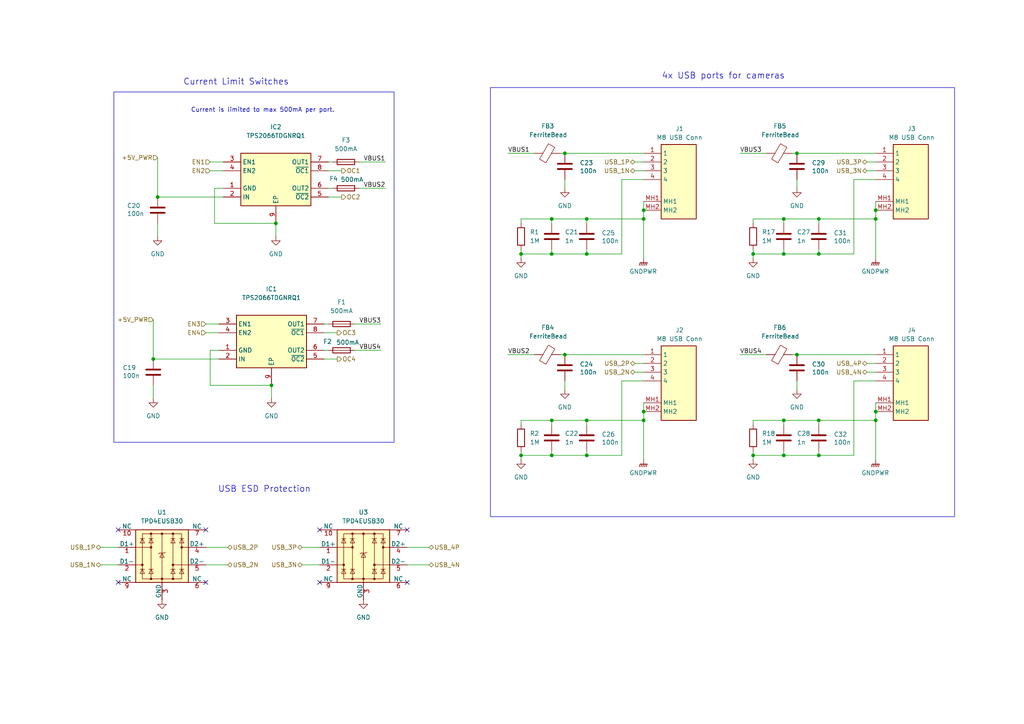
<source format=kicad_sch>
(kicad_sch (version 20231120) (generator "eeschema") (generator_version "8.0")
  (paper "A4")
  (lib_symbols
    (symbol "3-2172091-2:3-2172091-2"
      (property "Reference" "J" (at 21.59 12.7 0))
      (property "Value" "3-2172091-2" (at 21.59 10.16 0))
      (symbol "3-2172091-2_1_1"
        (rectangle (start 5.08 7.62) (end 15.24 -13.97) (stroke (width 0.254)) (fill (type background)))
        (pin passive line (at 0 5.08 0) (length 5.08) (name "1") (number "1"))
        (pin passive line (at 0 2.54 0) (length 5.08) (name "2") (number "2"))
        (pin passive line (at 0 0 0) (length 5.08) (name "3") (number "3"))
        (pin passive line (at 0 -2.54 0) (length 5.08) (name "4") (number "4"))
        (pin passive line (at 0 -8.89 0) (length 5.08) (name "MH1") (number "MH1"))
        (pin passive line (at 0 -11.43 0) (length 5.08) (name "MH2") (number "MH2"))
      )
    )
    (symbol "Device:C" (pin_numbers hide) (pin_names (offset 0.254))
      (property "Reference" "C" (at 0.635 2.54 0))
      (property "Value" "C" (at 0.635 -2.54 0))
      (symbol "C_0_1"
        (polyline (pts (xy -2.032 -0.762) (xy 2.032 -0.762)) (stroke (width 0.508)))
        (polyline (pts (xy -2.032 0.762) (xy 2.032 0.762)) (stroke (width 0.508)))
      )
      (symbol "C_1_1"
        (pin passive line (at 0 3.81 270) (length 2.794) (name "~") (number "1"))
        (pin passive line (at 0 -3.81 90) (length 2.794) (name "~") (number "2"))
      )
    )
    (symbol "Device:FerriteBead" (pin_numbers hide) (pin_names (offset 0))
      (property "Reference" "FB" (at -3.81 0.635 90))
      (property "Value" "FerriteBead" (at 3.81 0 90))
      (symbol "FerriteBead_0_1"
        (polyline (pts (xy 0 -1.27) (xy 0 -1.2192)))
        (polyline (pts (xy 0 1.27) (xy 0 1.2954)))
        (polyline (pts (xy -2.7686 0.4064) (xy -1.7018 2.2606) (xy 2.7686 -0.3048) (xy 1.6764 -2.159) (xy -2.7686 0.4064)))
      )
      (symbol "FerriteBead_1_1"
        (pin passive line (at 0 3.81 270) (length 2.54) (name "~") (number "1"))
        (pin passive line (at 0 -3.81 90) (length 2.54) (name "~") (number "2"))
      )
    )
    (symbol "Device:Fuse" (pin_numbers hide) (pin_names (offset 0))
      (property "Reference" "F" (at 2.032 0 90))
      (property "Value" "Fuse" (at -1.905 0 90))
      (symbol "Fuse_0_1"
        (rectangle (start -0.762 -2.54) (end 0.762 2.54) (stroke (width 0.254)))
        (polyline (pts (xy 0 2.54) (xy 0 -2.54)))
      )
      (symbol "Fuse_1_1"
        (pin passive line (at 0 3.81 270) (length 1.27) (name "~") (number "1"))
        (pin passive line (at 0 -3.81 90) (length 1.27) (name "~") (number "2"))
      )
    )
    (symbol "Device:R" (pin_numbers hide) (pin_names (offset 0))
      (property "Reference" "R" (at 2.032 0 90))
      (property "Value" "R" (at 0 0 90))
      (symbol "R_0_1"
        (rectangle (start -1.016 -2.54) (end 1.016 2.54) (stroke (width 0.254)))
      )
      (symbol "R_1_1"
        (pin passive line (at 0 3.81 270) (length 1.27) (name "~") (number "1"))
        (pin passive line (at 0 -3.81 90) (length 1.27) (name "~") (number "2"))
      )
    )
    (symbol "GND_1" (power) (pin_numbers hide) (pin_names (offset 0) hide)
      (property "Value" "GND" (at 0 -3.81 0))
      (symbol "GND_1_0_1"
        (polyline (pts (xy 0 0) (xy 0 -1.27) (xy 1.27 -1.27) (xy 0 -2.54) (xy -1.27 -1.27) (xy 0 -1.27)))
      )
      (symbol "GND_1_1_1"
        (pin power_in line (at 0 0 270) (length 0) (name "~") (number "1"))
      )
    )
    (symbol "GND_7" (power) (pin_numbers hide) (pin_names (offset 0) hide)
      (property "Value" "GND" (at 0 -3.81 0))
      (symbol "GND_7_0_1"
        (polyline (pts (xy 0 0) (xy 0 -1.27) (xy 1.27 -1.27) (xy 0 -2.54) (xy -1.27 -1.27) (xy 0 -1.27)))
      )
      (symbol "GND_7_1_1"
        (pin power_in line (at 0 0 270) (length 0) (name "~") (number "1"))
      )
    )
    (symbol "Power_Protection:TPD4EUSB30" (pin_names (offset 0))
      (property "Reference" "U" (at -0.635 8.89 0))
      (property "Value" "TPD4EUSB30" (at 8.89 -10.16 0))
      (symbol "TPD4EUSB30_0_0"
        (rectangle (start -5.715 6.477) (end 5.715 -6.604))
        (polyline (pts (xy -3.175 -6.604) (xy -3.175 6.477)))
        (polyline (pts (xy 0 6.477) (xy 0 -6.604)))
        (polyline (pts (xy 3.175 6.477) (xy 3.175 -6.604)))
      )
      (symbol "TPD4EUSB30_0_1"
        (rectangle (start -7.62 7.62) (end 7.62 -7.62) (stroke (width 0.254)) (fill (type background)))
        (circle (center -5.715 -2.54) (radius 0.2794) (fill (type outline)))
        (circle (center -3.175 -6.604) (radius 0.2794) (fill (type outline)))
        (circle (center -3.175 2.54) (radius 0.2794) (fill (type outline)))
        (circle (center -3.175 6.477) (radius 0.2794) (fill (type outline)))
        (circle (center 0 -6.604) (radius 0.2794) (fill (type outline)))
        (polyline (pts (xy -7.747 2.54) (xy -3.175 2.54)))
        (polyline (pts (xy -7.62 -2.54) (xy -5.715 -2.54)))
        (polyline (pts (xy -5.08 -3.81) (xy -6.35 -3.81)))
        (polyline (pts (xy -5.08 5.08) (xy -6.35 5.08)))
        (polyline (pts (xy -2.54 -3.81) (xy -3.81 -3.81)))
        (polyline (pts (xy -2.54 5.08) (xy -3.81 5.08)))
        (polyline (pts (xy -0.635 0.889) (xy -1.016 0.635)))
        (polyline (pts (xy 0 -6.604) (xy 0 -7.62)))
        (polyline (pts (xy 0.635 0.889) (xy -0.635 0.889)))
        (polyline (pts (xy 0.635 0.889) (xy 1.016 1.143)))
        (polyline (pts (xy 3.81 -3.81) (xy 2.54 -3.81)))
        (polyline (pts (xy 3.81 5.08) (xy 2.54 5.08)))
        (polyline (pts (xy 6.35 -3.81) (xy 5.08 -3.81)))
        (polyline (pts (xy 6.35 5.08) (xy 5.08 5.08)))
        (polyline (pts (xy 7.62 -2.54) (xy 3.175 -2.54)))
        (polyline (pts (xy 7.62 2.54) (xy 5.715 2.54)))
        (polyline (pts (xy -5.08 -5.08) (xy -6.35 -5.08) (xy -5.715 -3.81) (xy -5.08 -5.08)))
        (polyline (pts (xy -5.08 3.81) (xy -6.35 3.81) (xy -5.715 5.08) (xy -5.08 3.81)))
        (polyline (pts (xy -2.54 -5.08) (xy -3.81 -5.08) (xy -3.175 -3.81) (xy -2.54 -5.08)))
        (polyline (pts (xy -2.54 3.81) (xy -3.81 3.81) (xy -3.175 5.08) (xy -2.54 3.81)))
        (polyline (pts (xy 0.635 -0.381) (xy -0.635 -0.381) (xy 0 0.889) (xy 0.635 -0.381)))
        (polyline (pts (xy 3.81 -5.08) (xy 2.54 -5.08) (xy 3.175 -3.81) (xy 3.81 -5.08)))
        (polyline (pts (xy 3.81 3.81) (xy 2.54 3.81) (xy 3.175 5.08) (xy 3.81 3.81)))
        (polyline (pts (xy 6.35 -5.08) (xy 5.08 -5.08) (xy 5.715 -3.81) (xy 6.35 -5.08)))
        (polyline (pts (xy 6.35 3.81) (xy 5.08 3.81) (xy 5.715 5.08) (xy 6.35 3.81)))
        (circle (center 0 6.477) (radius 0.2794) (fill (type outline)))
        (circle (center 3.175 -6.604) (radius 0.2794) (fill (type outline)))
        (circle (center 3.175 -2.54) (radius 0.2794) (fill (type outline)))
        (circle (center 3.175 6.477) (radius 0.2794) (fill (type outline)))
        (circle (center 5.715 2.54) (radius 0.2794) (fill (type outline)))
      )
      (symbol "TPD4EUSB30_1_1"
        (pin passive line (at -12.7 2.54 0) (length 5.08) (name "D1+") (number "1"))
        (pin free line (at -12.7 7.62 0) (length 5.08) (name "NC") (number "10"))
        (pin passive line (at -12.7 -2.54 0) (length 5.08) (name "D1-") (number "2"))
        (pin power_in line (at 0 -12.7 90) (length 5.08) (name "GND") (number "3"))
        (pin passive line (at 12.7 2.54 180) (length 5.08) (name "D2+") (number "4"))
        (pin passive line (at 12.7 -2.54 180) (length 5.08) (name "D2-") (number "5"))
        (pin free line (at 12.7 -7.62 180) (length 5.08) (name "NC") (number "6"))
        (pin free line (at 12.7 7.62 180) (length 5.08) (name "NC") (number "7"))
        (pin passive line (at 0 -12.7 90) (length 5.08) hide (name "GND") (number "8"))
        (pin free line (at -12.7 -7.62 0) (length 5.08) (name "NC") (number "9"))
      )
    )
    (symbol "TPS2066TDGNRQ1:TPS2066TDGNRQ1"
      (property "Reference" "IC" (at 26.67 7.62 0))
      (property "Value" "TPS2066TDGNRQ1" (at 26.67 5.08 0))
      (symbol "TPS2066TDGNRQ1_1_1"
        (rectangle (start 5.08 0) (end 25.4 -15.24) (stroke (width 0.254)) (fill (type background)))
        (pin passive line (at 0 -10.16 0) (length 5.08) (name "GND") (number "1"))
        (pin passive line (at 0 -12.7 0) (length 5.08) (name "IN") (number "2"))
        (pin passive line (at 0 -2.54 0) (length 5.08) (name "EN1") (number "3"))
        (pin passive line (at 0 -5.08 0) (length 5.08) (name "EN2") (number "4"))
        (pin passive line (at 30.48 -12.7 180) (length 5.08) (name "~{OC2}") (number "5"))
        (pin passive line (at 30.48 -10.16 180) (length 5.08) (name "OUT2") (number "6"))
        (pin passive line (at 30.48 -2.54 180) (length 5.08) (name "OUT1") (number "7"))
        (pin passive line (at 30.48 -5.08 180) (length 5.08) (name "~{OC1}") (number "8"))
        (pin passive line (at 15.24 -20.32 90) (length 5.08) (name "EP") (number "9"))
      )
    )
    (symbol "power:GND" (power) (pin_numbers hide) (pin_names (offset 0) hide)
      (property "Value" "GND" (at 0 -3.81 0))
      (symbol "GND_0_1"
        (polyline (pts (xy 0 0) (xy 0 -1.27) (xy 1.27 -1.27) (xy 0 -2.54) (xy -1.27 -1.27) (xy 0 -1.27)))
      )
      (symbol "GND_1_1"
        (pin power_in line (at 0 0 270) (length 0) (name "~") (number "1"))
      )
    )
    (symbol "power:GNDPWR" (power) (pin_numbers hide) (pin_names (offset 0) hide)
      (property "Value" "GNDPWR" (at 0 -3.302 0))
      (symbol "GNDPWR_0_1"
        (polyline (pts (xy 0 -1.27) (xy 0 0)))
        (polyline (pts (xy -1.016 -1.27) (xy -1.27 -2.032) (xy -1.27 -2.032)) (stroke (width 0.2032)))
        (polyline (pts (xy -0.508 -1.27) (xy -0.762 -2.032) (xy -0.762 -2.032)) (stroke (width 0.2032)))
        (polyline (pts (xy 0 -1.27) (xy -0.254 -2.032) (xy -0.254 -2.032)) (stroke (width 0.2032)))
        (polyline (pts (xy 0.508 -1.27) (xy 0.254 -2.032) (xy 0.254 -2.032)) (stroke (width 0.2032)))
        (polyline (pts (xy 1.016 -1.27) (xy -1.016 -1.27) (xy -1.016 -1.27)) (stroke (width 0.2032)))
        (polyline (pts (xy 1.016 -1.27) (xy 0.762 -2.032) (xy 0.762 -2.032) (xy 0.762 -2.032)) (stroke (width 0.2032)))
      )
      (symbol "GNDPWR_1_1"
        (pin power_in line (at 0 0 270) (length 0) (name "~") (number "1"))
      )
    )
  )
  (junction (at 227.33 73.66))
  (junction (at 254 119.38))
  (junction (at 170.18 63.5))
  (junction (at 44.45 104.14))
  (junction (at 170.18 132.08))
  (junction (at 160.02 73.66))
  (junction (at 186.69 63.5))
  (junction (at 170.18 73.66))
  (junction (at 254 121.92))
  (junction (at 151.13 73.66))
  (junction (at 254 63.5))
  (junction (at 237.49 63.5))
  (junction (at 186.69 60.96))
  (junction (at 78.74 111.76))
  (junction (at 160.02 63.5))
  (junction (at 160.02 121.92))
  (junction (at 163.83 44.45))
  (junction (at 163.83 102.87))
  (junction (at 45.72 57.15))
  (junction (at 80.01 64.77))
  (junction (at 227.33 132.08))
  (junction (at 254 60.96))
  (junction (at 186.69 119.38))
  (junction (at 237.49 121.92))
  (junction (at 231.14 44.45))
  (junction (at 237.49 132.08))
  (junction (at 218.44 73.66))
  (junction (at 160.02 132.08))
  (junction (at 151.13 132.08))
  (junction (at 227.33 63.5))
  (junction (at 186.69 121.92))
  (junction (at 231.14 102.87))
  (junction (at 227.33 121.92))
  (junction (at 237.49 73.66))
  (junction (at 218.44 132.08))
  (junction (at 170.18 121.92))
  (no_connect (at 92.71 153.67))
  (no_connect (at 92.71 168.91))
  (no_connect (at 59.69 153.67))
  (no_connect (at 118.11 168.91))
  (no_connect (at 59.69 168.91))
  (no_connect (at 34.29 153.67))
  (no_connect (at 118.11 153.67))
  (no_connect (at 34.29 168.91))
  (wire (pts (xy 160.02 132.08) (xy 170.18 132.08)))
  (wire (pts (xy 184.15 105.41) (xy 186.69 105.41)))
  (wire (pts (xy 60.96 101.6) (xy 60.96 111.76)))
  (wire (pts (xy 80.01 64.77) (xy 80.01 68.58)))
  (wire (pts (xy 170.18 72.39) (xy 170.18 73.66)))
  (wire (pts (xy 254 116.84) (xy 254 119.38)))
  (wire (pts (xy 160.02 121.92) (xy 170.18 121.92)))
  (wire (pts (xy 184.15 46.99) (xy 186.69 46.99)))
  (wire (pts (xy 186.69 116.84) (xy 186.69 119.38)))
  (wire (pts (xy 63.5 93.98) (xy 59.69 93.98)))
  (wire (pts (xy 151.13 63.5) (xy 160.02 63.5)))
  (wire (pts (xy 218.44 72.39) (xy 218.44 73.66)))
  (wire (pts (xy 151.13 132.08) (xy 160.02 132.08)))
  (wire (pts (xy 237.49 63.5) (xy 254 63.5)))
  (wire (pts (xy 231.14 52.07) (xy 231.14 54.61)))
  (wire (pts (xy 147.32 44.45) (xy 154.94 44.45)))
  (wire (pts (xy 97.79 104.14) (xy 93.98 104.14)))
  (wire (pts (xy 151.13 73.66) (xy 160.02 73.66)))
  (wire (pts (xy 151.13 121.92) (xy 151.13 123.19)))
  (wire (pts (xy 247.65 52.07) (xy 254 52.07)))
  (wire (pts (xy 62.23 64.77) (xy 80.01 64.77)))
  (wire (pts (xy 218.44 121.92) (xy 218.44 123.19)))
  (wire (pts (xy 186.69 60.96) (xy 186.69 63.5)))
  (wire (pts (xy 186.69 63.5) (xy 186.69 74.93)))
  (wire (pts (xy 160.02 130.81) (xy 160.02 132.08)))
  (wire (pts (xy 218.44 73.66) (xy 218.44 74.93)))
  (wire (pts (xy 214.63 102.87) (xy 222.25 102.87)))
  (wire (pts (xy 231.14 44.45) (xy 254 44.45)))
  (wire (pts (xy 237.49 130.81) (xy 237.49 132.08)))
  (wire (pts (xy 29.21 158.75) (xy 34.29 158.75)))
  (wire (pts (xy 180.34 52.07) (xy 180.34 73.66)))
  (wire (pts (xy 45.72 68.58) (xy 45.72 64.77)))
  (wire (pts (xy 180.34 110.49) (xy 186.69 110.49)))
  (wire (pts (xy 160.02 73.66) (xy 170.18 73.66)))
  (wire (pts (xy 227.33 121.92) (xy 227.33 123.19)))
  (wire (pts (xy 170.18 121.92) (xy 170.18 123.19)))
  (wire (pts (xy 237.49 121.92) (xy 254 121.92)))
  (wire (pts (xy 218.44 132.08) (xy 218.44 133.35)))
  (wire (pts (xy 229.87 102.87) (xy 231.14 102.87)))
  (wire (pts (xy 227.33 130.81) (xy 227.33 132.08)))
  (wire (pts (xy 163.83 102.87) (xy 186.69 102.87)))
  (wire (pts (xy 251.46 49.53) (xy 254 49.53)))
  (wire (pts (xy 227.33 132.08) (xy 237.49 132.08)))
  (wire (pts (xy 231.14 102.87) (xy 254 102.87)))
  (wire (pts (xy 151.13 72.39) (xy 151.13 73.66)))
  (wire (pts (xy 64.77 54.61) (xy 62.23 54.61)))
  (wire (pts (xy 93.98 93.98) (xy 95.25 93.98)))
  (wire (pts (xy 151.13 63.5) (xy 151.13 64.77)))
  (wire (pts (xy 180.34 73.66) (xy 170.18 73.66)))
  (wire (pts (xy 29.21 163.83) (xy 34.29 163.83)))
  (wire (pts (xy 170.18 63.5) (xy 170.18 64.77)))
  (wire (pts (xy 118.11 158.75) (xy 124.46 158.75)))
  (wire (pts (xy 160.02 121.92) (xy 160.02 123.19)))
  (wire (pts (xy 218.44 130.81) (xy 218.44 132.08)))
  (wire (pts (xy 229.87 44.45) (xy 231.14 44.45)))
  (wire (pts (xy 218.44 63.5) (xy 227.33 63.5)))
  (wire (pts (xy 186.69 58.42) (xy 186.69 60.96)))
  (wire (pts (xy 231.14 110.49) (xy 231.14 113.03)))
  (wire (pts (xy 227.33 63.5) (xy 237.49 63.5)))
  (wire (pts (xy 214.63 44.45) (xy 222.25 44.45)))
  (wire (pts (xy 45.72 57.15) (xy 64.77 57.15)))
  (wire (pts (xy 247.65 110.49) (xy 247.65 132.08)))
  (wire (pts (xy 95.25 46.99) (xy 96.52 46.99)))
  (wire (pts (xy 247.65 52.07) (xy 247.65 73.66)))
  (wire (pts (xy 87.63 158.75) (xy 92.71 158.75)))
  (wire (pts (xy 170.18 63.5) (xy 186.69 63.5)))
  (wire (pts (xy 227.33 63.5) (xy 227.33 64.77)))
  (wire (pts (xy 118.11 163.83) (xy 124.46 163.83)))
  (wire (pts (xy 247.65 110.49) (xy 254 110.49)))
  (wire (pts (xy 227.33 121.92) (xy 237.49 121.92)))
  (wire (pts (xy 180.34 132.08) (xy 170.18 132.08)))
  (wire (pts (xy 251.46 46.99) (xy 254 46.99)))
  (wire (pts (xy 237.49 121.92) (xy 237.49 123.19)))
  (wire (pts (xy 63.5 101.6) (xy 60.96 101.6)))
  (wire (pts (xy 186.69 119.38) (xy 186.69 121.92)))
  (wire (pts (xy 59.69 158.75) (xy 66.04 158.75)))
  (wire (pts (xy 160.02 63.5) (xy 160.02 64.77)))
  (wire (pts (xy 59.69 163.83) (xy 66.04 163.83)))
  (wire (pts (xy 186.69 121.92) (xy 186.69 133.35)))
  (wire (pts (xy 254 121.92) (xy 254 133.35)))
  (wire (pts (xy 251.46 107.95) (xy 254 107.95)))
  (wire (pts (xy 151.13 132.08) (xy 151.13 133.35)))
  (wire (pts (xy 151.13 73.66) (xy 151.13 74.93)))
  (wire (pts (xy 184.15 49.53) (xy 186.69 49.53)))
  (wire (pts (xy 93.98 101.6) (xy 95.25 101.6)))
  (wire (pts (xy 99.06 49.53) (xy 95.25 49.53)))
  (wire (pts (xy 251.46 105.41) (xy 254 105.41)))
  (wire (pts (xy 184.15 107.95) (xy 186.69 107.95)))
  (wire (pts (xy 163.83 52.07) (xy 163.83 54.61)))
  (wire (pts (xy 162.56 44.45) (xy 163.83 44.45)))
  (wire (pts (xy 254 63.5) (xy 254 74.93)))
  (wire (pts (xy 151.13 121.92) (xy 160.02 121.92)))
  (wire (pts (xy 163.83 44.45) (xy 186.69 44.45)))
  (wire (pts (xy 151.13 130.81) (xy 151.13 132.08)))
  (wire (pts (xy 247.65 132.08) (xy 237.49 132.08)))
  (wire (pts (xy 87.63 163.83) (xy 92.71 163.83)))
  (wire (pts (xy 254 119.38) (xy 254 121.92)))
  (wire (pts (xy 180.34 52.07) (xy 186.69 52.07)))
  (wire (pts (xy 227.33 72.39) (xy 227.33 73.66)))
  (wire (pts (xy 247.65 73.66) (xy 237.49 73.66)))
  (wire (pts (xy 102.87 101.6) (xy 110.49 101.6)))
  (wire (pts (xy 147.32 102.87) (xy 154.94 102.87)))
  (wire (pts (xy 218.44 73.66) (xy 227.33 73.66)))
  (wire (pts (xy 45.72 57.15) (xy 45.72 45.72)))
  (wire (pts (xy 64.77 46.99) (xy 60.96 46.99)))
  (wire (pts (xy 62.23 54.61) (xy 62.23 64.77)))
  (wire (pts (xy 218.44 63.5) (xy 218.44 64.77)))
  (wire (pts (xy 102.87 93.98) (xy 110.49 93.98)))
  (wire (pts (xy 170.18 121.92) (xy 186.69 121.92)))
  (wire (pts (xy 227.33 73.66) (xy 237.49 73.66)))
  (wire (pts (xy 44.45 115.57) (xy 44.45 111.76)))
  (wire (pts (xy 95.25 54.61) (xy 96.52 54.61)))
  (wire (pts (xy 180.34 110.49) (xy 180.34 132.08)))
  (wire (pts (xy 163.83 110.49) (xy 163.83 113.03)))
  (wire (pts (xy 60.96 111.76) (xy 78.74 111.76)))
  (wire (pts (xy 44.45 104.14) (xy 44.45 92.71)))
  (wire (pts (xy 78.74 111.76) (xy 78.74 115.57)))
  (wire (pts (xy 44.45 104.14) (xy 63.5 104.14)))
  (wire (pts (xy 160.02 63.5) (xy 170.18 63.5)))
  (wire (pts (xy 99.06 57.15) (xy 95.25 57.15)))
  (wire (pts (xy 254 60.96) (xy 254 63.5)))
  (wire (pts (xy 237.49 63.5) (xy 237.49 64.77)))
  (wire (pts (xy 63.5 96.52) (xy 59.69 96.52)))
  (wire (pts (xy 254 58.42) (xy 254 60.96)))
  (wire (pts (xy 160.02 72.39) (xy 160.02 73.66)))
  (wire (pts (xy 218.44 132.08) (xy 227.33 132.08)))
  (wire (pts (xy 104.14 46.99) (xy 111.76 46.99)))
  (wire (pts (xy 104.14 54.61) (xy 111.76 54.61)))
  (wire (pts (xy 162.56 102.87) (xy 163.83 102.87)))
  (wire (pts (xy 170.18 130.81) (xy 170.18 132.08)))
  (wire (pts (xy 218.44 121.92) (xy 227.33 121.92)))
  (wire (pts (xy 97.79 96.52) (xy 93.98 96.52)))
  (wire (pts (xy 237.49 72.39) (xy 237.49 73.66)))
  (wire (pts (xy 64.77 49.53) (xy 60.96 49.53)))
  (rectangle (start 142.24 25.4) (end 276.86 149.86))
  (rectangle (start 33.02 26.67) (end 114.3 128.27))
  (text "USB ESD Protection" (at 90.17 143.002 0) (effects (font (size 1.778 1.778)) (justify right bottom)))
  (text "Current Limit Switches" (at 83.82 24.892 0) (effects (font (size 1.778 1.778)) (justify right bottom)))
  (text "Current is limited to max 500mA per port." (at 76.2 32.004 0) (effects (font (size 1.27 1.27))))
  (text "4x USB ports for cameras" (at 209.804 22.098 0) (effects (font (size 1.778 1.778))))
  (label "VBUS2" (at 111.76 54.61 180))
  (label "VBUS1" (at 147.32 44.45 0))
  (label "VBUS1" (at 111.76 46.99 180))
  (label "VBUS4" (at 110.49 101.6 180))
  (label "VBUS3" (at 214.63 44.45 0))
  (label "VBUS3" (at 110.49 93.98 180))
  (label "VBUS2" (at 147.32 102.87 0))
  (label "VBUS4" (at 214.63 102.87 0))
  (hierarchical_label "USB_3P" (shape bidirectional) (at 251.46 46.99 180))
  (hierarchical_label "USB_1P" (shape bidirectional) (at 29.21 158.75 180))
  (hierarchical_label "EN2" (shape input) (at 60.96 49.53 180))
  (hierarchical_label "USB_3P" (shape bidirectional) (at 87.63 158.75 180))
  (hierarchical_label "EN4" (shape input) (at 59.69 96.52 180))
  (hierarchical_label "OC4" (shape output) (at 97.79 104.14 0))
  (hierarchical_label "+5V_PWR" (shape input) (at 45.72 45.72 180))
  (hierarchical_label "USB_1P" (shape bidirectional) (at 184.15 46.99 180))
  (hierarchical_label "USB_2N" (shape bidirectional) (at 184.15 107.95 180))
  (hierarchical_label "USB_4P" (shape bidirectional) (at 124.46 158.75 0))
  (hierarchical_label "EN3" (shape input) (at 59.69 93.98 180))
  (hierarchical_label "USB_4P" (shape bidirectional) (at 251.46 105.41 180))
  (hierarchical_label "OC1" (shape output) (at 99.06 49.53 0))
  (hierarchical_label "USB_2P" (shape bidirectional) (at 66.04 158.75 0))
  (hierarchical_label "OC3" (shape output) (at 97.79 96.52 0))
  (hierarchical_label "EN1" (shape input) (at 60.96 46.99 180))
  (hierarchical_label "USB_3N" (shape bidirectional) (at 87.63 163.83 180))
  (hierarchical_label "OC2" (shape output) (at 99.06 57.15 0))
  (hierarchical_label "USB_4N" (shape bidirectional) (at 251.46 107.95 180))
  (hierarchical_label "USB_1N" (shape bidirectional) (at 184.15 49.53 180))
  (hierarchical_label "USB_1N" (shape bidirectional) (at 29.21 163.83 180))
  (hierarchical_label "USB_2P" (shape bidirectional) (at 184.15 105.41 180))
  (hierarchical_label "USB_4N" (shape bidirectional) (at 124.46 163.83 0))
  (hierarchical_label "+5V_PWR" (shape input) (at 44.45 92.71 180))
  (hierarchical_label "USB_3N" (shape bidirectional) (at 251.46 49.53 180))
  (hierarchical_label "USB_2N" (shape bidirectional) (at 66.04 163.83 0))
  (symbol (lib_id "power:GND") (at 151.13 133.35 0) (unit 1)
    (property "Reference" "#PWR021" (effects (hide yes)))
    (property "Value" "GND" (at 151.13 138.43 0))
    (property "Description" "Power symbol creates a global label with name \"GND\" , ground" (effects (hide yes)))
  )
  (symbol (lib_id "Device:C") (at 170.18 127 0) (unit 1)
    (property "Reference" "C26" (at 174.498 125.984 0) (effects (justify left)))
    (property "Value" "100n" (at 174.498 128.2954 0) (effects (justify left)))
    (property "Footprint" "Capacitor_SMD:C_0805_2012Metric" (effects (hide yes)))
    (property "Datasheet" "https://www.mouser.com/datasheet/2/447/KEM_C1002_X7R_SMD-3316098.pdf" (effects (hide yes)))
    (property "Description" "Capacitor 0.1u 20%" (effects (hide yes)))
    (property "P/N" "C0805C104M5RACTU" (effects (hide yes)))
  )
  (symbol (lib_id "3-2172091-2:3-2172091-2") (at 254 107.95 0) (unit 1)
    (property "Reference" "J4" (at 264.414 95.758 0))
    (property "Value" "M8 USB Conn" (at 264.414 98.298 0))
    (property "Footprint" "Controls_Pi:321720912" (effects (hide yes)))
    (property "Datasheet" "https://www.te.com/commerce/DocumentDelivery/DDEController?Action=srchrtrv&DocNm=1-1773701-8_M8M12_CONNECTOR_SYSTEM&DocType=Catalog%20Section&DocLang=Japanese&PartCntxt=3-2172091-2&DocFormat=pdf" (effects (hide yes)))
    (property "Description" "Body Features: Shell Base Material Zinc Alloy | Circular Connector Insulation Material Type Polyamide | Shell Plating Material Nickel | Configuration Features: Number of Signal Positions 4 | Number of Positions 4 | Number of Power Positions 0 | Contacts Preloaded Yes | Contact Features: Reverse Gender Yes | Circular Connector Contact Type Socket | Contact Current Rating (Max) 3 AMP | Contact Layout Arrangement Circular | Electrical Characteristics: EMI & RFI Protection & Suppression Type Shielding | Housing" (effects (hide yes)))
    (property "P/N" "3-2172091-2" (effects (hide yes)))
  )
  (symbol (lib_name "GND_1") (lib_id "power:GND") (at 80.01 68.58 0) (unit 1)
    (property "Reference" "#PWR018" (effects (hide yes)))
    (property "Value" "GND" (at 80.01 73.66 0))
    (property "Description" "Power symbol creates a global label with name \"GND\" , ground" (effects (hide yes)))
  )
  (symbol (lib_id "Device:Fuse") (at 100.33 54.61 90) (unit 1)
    (property "Reference" "F4" (at 96.774 51.816 90))
    (property "Value" "500mA" (at 102.108 52.07 90))
    (property "Footprint" "Fuse:Fuse_1206_3216Metric" (effects (hide yes)))
    (property "Datasheet" "https://www.littelfuse.com/assetdocs/littelfuse_fuse_440_datasheet.pdf?assetguid=940d0796-6fe6-45c7-8a1a-6bc17d56c743" (effects (hide yes)))
    (property "Description" "Fuse" (effects (hide yes)))
    (property "P/N" " 0440.500WR " (effects (hide yes)))
  )
  (symbol (lib_id "Device:C") (at 231.14 106.68 0) (unit 1)
    (property "Reference" "C30" (at 235.458 105.664 0) (effects (justify left)))
    (property "Value" "100n" (at 235.458 107.9754 0) (effects (justify left)))
    (property "Footprint" "Capacitor_SMD:C_0805_2012Metric" (effects (hide yes)))
    (property "Datasheet" "https://www.mouser.com/datasheet/2/447/KEM_C1002_X7R_SMD-3316098.pdf" (effects (hide yes)))
    (property "Description" "Capacitor 0.1u 20%" (effects (hide yes)))
    (property "P/N" "C0805C104M5RACTU" (effects (hide yes)))
  )
  (symbol (lib_id "Device:C") (at 45.72 60.96 0) (unit 1)
    (property "Reference" "C20" (at 36.83 59.6646 0) (effects (justify left)))
    (property "Value" "100n" (at 36.83 61.976 0) (effects (justify left)))
    (property "Footprint" "Capacitor_SMD:C_0805_2012Metric" (effects (hide yes)))
    (property "Datasheet" "https://www.mouser.com/datasheet/2/447/KEM_C1002_X7R_SMD-3316098.pdf" (effects (hide yes)))
    (property "Description" "Capacitor 0.1u 20%" (effects (hide yes)))
    (property "P/N" "C0805C104M5RACTU" (effects (hide yes)))
  )
  (symbol (lib_name "GND_1") (lib_id "power:GND") (at 78.74 115.57 0) (unit 1)
    (property "Reference" "#PWR010" (effects (hide yes)))
    (property "Value" "GND" (at 78.74 120.65 0))
    (property "Description" "Power symbol creates a global label with name \"GND\" , ground" (effects (hide yes)))
  )
  (symbol (lib_id "power:GNDPWR") (at 254 133.35 0) (unit 1)
    (property "Reference" "#PWR031" (effects (hide yes)))
    (property "Value" "GNDPWR" (at 253.873 137.16 0))
    (property "Description" "Power symbol creates a global label with name \"GNDPWR\" , global ground" (effects (hide yes)))
  )
  (symbol (lib_id "Device:C") (at 237.49 127 0) (unit 1)
    (property "Reference" "C32" (at 241.808 125.984 0) (effects (justify left)))
    (property "Value" "100n" (at 241.808 128.2954 0) (effects (justify left)))
    (property "Footprint" "Capacitor_SMD:C_0805_2012Metric" (effects (hide yes)))
    (property "Datasheet" "https://www.mouser.com/datasheet/2/447/KEM_C1002_X7R_SMD-3316098.pdf" (effects (hide yes)))
    (property "Description" "Capacitor 0.1u 20%" (effects (hide yes)))
    (property "P/N" "C0805C104M5RACTU" (effects (hide yes)))
  )
  (symbol (lib_id "Device:C") (at 163.83 48.26 0) (unit 1)
    (property "Reference" "C23" (at 168.148 47.244 0) (effects (justify left)))
    (property "Value" "100n" (at 168.148 49.5554 0) (effects (justify left)))
    (property "Footprint" "Capacitor_SMD:C_0805_2012Metric" (effects (hide yes)))
    (property "Datasheet" "https://www.mouser.com/datasheet/2/447/KEM_C1002_X7R_SMD-3316098.pdf" (effects (hide yes)))
    (property "Description" "Capacitor 0.1u 20%" (effects (hide yes)))
    (property "P/N" "C0805C104M5RACTU" (effects (hide yes)))
  )
  (symbol (lib_id "Device:FerriteBead") (at 226.06 44.45 90) (unit 1)
    (property "Reference" "FB5" (at 228.092 36.576 90) (effects (justify left)))
    (property "Value" "FerriteBead" (at 226.314 39.116 90))
    (property "Footprint" "Inductor_SMD:L_1206_3216Metric" (effects (hide yes)))
    (property "Datasheet" "https://www.mouser.com/datasheet/2/418/9/ENG_DS_1773178_3_A1-3474112.pdf" (effects (hide yes)))
    (property "Description" "Ferrite bead 220Ω 100MHz" (effects (hide yes)))
    (property "P/N" " BMC-Q2CY0220H " (effects (hide yes)))
  )
  (symbol (lib_id "Device:C") (at 44.45 107.95 0) (unit 1)
    (property "Reference" "C19" (at 35.56 106.6546 0) (effects (justify left)))
    (property "Value" "100n" (at 35.56 108.966 0) (effects (justify left)))
    (property "Footprint" "Capacitor_SMD:C_0805_2012Metric" (effects (hide yes)))
    (property "Datasheet" "https://www.mouser.com/datasheet/2/447/KEM_C1002_X7R_SMD-3316098.pdf" (effects (hide yes)))
    (property "Description" "Capacitor 0.1u 20%" (effects (hide yes)))
    (property "P/N" "C0805C104M5RACTU" (effects (hide yes)))
  )
  (symbol (lib_id "TPS2066TDGNRQ1:TPS2066TDGNRQ1") (at 64.77 44.45 0) (unit 1)
    (property "Reference" "IC2" (at 80.01 36.83 0))
    (property "Value" "TPS2066TDGNRQ1" (at 80.01 39.37 0))
    (property "Footprint" "Controls_Pi:SOP65P490X110-9N" (effects (hide yes)))
    (property "Datasheet" "http://www.ti.com/lit/gpn/tps2066-q1" (effects (hide yes)))
    (property "Description" "Automotive 2.7V to 5.5V, 1A Current-Limited Dual Channel Power Distribution Switch" (effects (hide yes)))
    (property "P/N" "TPS2066TDGNRQ1" (effects (hide yes)))
  )
  (symbol (lib_id "Device:R") (at 218.44 127 180) (unit 1)
    (property "Reference" "R18" (at 220.98 125.7299 0) (effects (justify right)))
    (property "Value" "1M" (at 220.98 128.2699 0) (effects (justify right)))
    (property "Footprint" "Resistor_SMD:R_0805_2012Metric" (effects (hide yes)))
    (property "Datasheet" "https://www.vishay.com/docs/20035/dcrcwe3.pdf" (effects (hide yes)))
    (property "Description" "Resistor 1M 1%" (effects (hide yes)))
    (property "P/N" "CRCW08051M00FKEA" (effects (hide yes)))
  )
  (symbol (lib_name "GND_1") (lib_id "power:GND") (at 45.72 68.58 0) (unit 1)
    (property "Reference" "#PWR03" (effects (hide yes)))
    (property "Value" "GND" (at 45.72 73.66 0))
    (property "Description" "Power symbol creates a global label with name \"GND\" , ground" (effects (hide yes)))
  )
  (symbol (lib_name "GND_1") (lib_id "power:GND") (at 44.45 115.57 0) (unit 1)
    (property "Reference" "#PWR01" (effects (hide yes)))
    (property "Value" "GND" (at 44.45 120.65 0))
    (property "Description" "Power symbol creates a global label with name \"GND\" , ground" (effects (hide yes)))
  )
  (symbol (lib_id "3-2172091-2:3-2172091-2") (at 186.69 107.95 0) (unit 1)
    (property "Reference" "J2" (at 197.104 95.758 0))
    (property "Value" "M8 USB Conn" (at 197.104 98.298 0))
    (property "Footprint" "Controls_Pi:321720912" (effects (hide yes)))
    (property "Datasheet" "https://www.te.com/commerce/DocumentDelivery/DDEController?Action=srchrtrv&DocNm=1-1773701-8_M8M12_CONNECTOR_SYSTEM&DocType=Catalog%20Section&DocLang=Japanese&PartCntxt=3-2172091-2&DocFormat=pdf" (effects (hide yes)))
    (property "Description" "Body Features: Shell Base Material Zinc Alloy | Circular Connector Insulation Material Type Polyamide | Shell Plating Material Nickel | Configuration Features: Number of Signal Positions 4 | Number of Positions 4 | Number of Power Positions 0 | Contacts Preloaded Yes | Contact Features: Reverse Gender Yes | Circular Connector Contact Type Socket | Contact Current Rating (Max) 3 AMP | Contact Layout Arrangement Circular | Electrical Characteristics: EMI & RFI Protection & Suppression Type Shielding | Housing" (effects (hide yes)))
    (property "P/N" "3-2172091-2" (effects (hide yes)))
  )
  (symbol (lib_id "Device:C") (at 227.33 127 0) (unit 1)
    (property "Reference" "C28" (at 231.14 125.7299 0) (effects (justify left)))
    (property "Value" "1n" (at 231.14 128.2699 0) (effects (justify left)))
    (property "Footprint" "Capacitor_SMD:C_0805_2012Metric" (effects (hide yes)))
    (property "Datasheet" "https://www.mouser.com/datasheet/2/447/KEM_C1012_X7R_OPENMODE_SMD-3316213.pdf" (effects (hide yes)))
    (property "Description" "Capacitor 1n" (effects (hide yes)))
    (property "P/N" "C0805C102J5HACAUTO" (effects (hide yes)))
  )
  (symbol (lib_id "3-2172091-2:3-2172091-2") (at 186.69 49.53 0) (unit 1)
    (property "Reference" "J1" (at 197.104 37.338 0))
    (property "Value" "M8 USB Conn" (at 197.104 39.878 0))
    (property "Footprint" "Controls_Pi:321720912" (effects (hide yes)))
    (property "Datasheet" "https://www.te.com/commerce/DocumentDelivery/DDEController?Action=srchrtrv&DocNm=1-1773701-8_M8M12_CONNECTOR_SYSTEM&DocType=Catalog%20Section&DocLang=Japanese&PartCntxt=3-2172091-2&DocFormat=pdf" (effects (hide yes)))
    (property "Description" "Body Features: Shell Base Material Zinc Alloy | Circular Connector Insulation Material Type Polyamide | Shell Plating Material Nickel | Configuration Features: Number of Signal Positions 4 | Number of Positions 4 | Number of Power Positions 0 | Contacts Preloaded Yes | Contact Features: Reverse Gender Yes | Circular Connector Contact Type Socket | Contact Current Rating (Max) 3 AMP | Contact Layout Arrangement Circular | Electrical Characteristics: EMI & RFI Protection & Suppression Type Shielding | Housing" (effects (hide yes)))
    (property "P/N" "3-2172091-2" (effects (hide yes)))
  )
  (symbol (lib_id "Device:C") (at 170.18 68.58 0) (unit 1)
    (property "Reference" "C25" (at 174.498 67.564 0) (effects (justify left)))
    (property "Value" "100n" (at 174.498 69.8754 0) (effects (justify left)))
    (property "Footprint" "Capacitor_SMD:C_0805_2012Metric" (effects (hide yes)))
    (property "Datasheet" "https://www.mouser.com/datasheet/2/447/KEM_C1002_X7R_SMD-3316098.pdf" (effects (hide yes)))
    (property "Description" "Capacitor 0.1u 20%" (effects (hide yes)))
    (property "P/N" "C0805C104M5RACTU" (effects (hide yes)))
  )
  (symbol (lib_id "Power_Protection:TPD4EUSB30") (at 46.99 161.29 0) (unit 1)
    (property "Reference" "U1" (at 46.99 148.59 0))
    (property "Value" "TPD4EUSB30" (at 46.99 151.13 0))
    (property "Footprint" "Package_SON:USON-10_2.5x1.0mm_P0.5mm" (effects (hide yes)))
    (property "Datasheet" "http://www.ti.com/lit/ds/symlink/tpd2eusb30a.pdf" (effects (hide yes)))
    (property "Description" "4-Channel ESD Protection for Super-Speed USB 3.0 Interface, USON-10" (effects (hide yes)))
    (property "P/N" "TPD4EUSB30" (effects (hide yes)))
  )
  (symbol (lib_id "power:GND") (at 218.44 133.35 0) (unit 1)
    (property "Reference" "#PWR027" (effects (hide yes)))
    (property "Value" "GND" (at 218.44 138.43 0))
    (property "Description" "Power symbol creates a global label with name \"GND\" , ground" (effects (hide yes)))
  )
  (symbol (lib_id "Device:C") (at 160.02 127 0) (unit 1)
    (property "Reference" "C22" (at 163.83 125.7299 0) (effects (justify left)))
    (property "Value" "1n" (at 163.83 128.2699 0) (effects (justify left)))
    (property "Footprint" "Capacitor_SMD:C_0805_2012Metric" (effects (hide yes)))
    (property "Datasheet" "https://www.mouser.com/datasheet/2/447/KEM_C1012_X7R_OPENMODE_SMD-3316213.pdf" (effects (hide yes)))
    (property "Description" "Capacitor 1n" (effects (hide yes)))
    (property "P/N" "C0805C102J5HACAUTO" (effects (hide yes)))
  )
  (symbol (lib_id "Device:Fuse") (at 99.06 93.98 90) (unit 1)
    (property "Reference" "F1" (at 99.06 87.63 90))
    (property "Value" "500mA" (at 99.06 90.17 90))
    (property "Footprint" "Fuse:Fuse_1206_3216Metric" (effects (hide yes)))
    (property "Datasheet" "https://www.littelfuse.com/assetdocs/littelfuse_fuse_440_datasheet.pdf?assetguid=940d0796-6fe6-45c7-8a1a-6bc17d56c743" (effects (hide yes)))
    (property "Description" "Fuse" (effects (hide yes)))
    (property "P/N" " 0440.500WR " (effects (hide yes)))
  )
  (symbol (lib_id "Device:C") (at 227.33 68.58 0) (unit 1)
    (property "Reference" "C27" (at 231.14 67.3099 0) (effects (justify left)))
    (property "Value" "1n" (at 231.14 69.8499 0) (effects (justify left)))
    (property "Footprint" "Capacitor_SMD:C_0805_2012Metric" (effects (hide yes)))
    (property "Datasheet" "https://www.mouser.com/datasheet/2/447/KEM_C1012_X7R_OPENMODE_SMD-3316213.pdf" (effects (hide yes)))
    (property "Description" "Capacitor 1n" (effects (hide yes)))
    (property "P/N" "C0805C102J5HACAUTO" (effects (hide yes)))
  )
  (symbol (lib_id "Power_Protection:TPD4EUSB30") (at 105.41 161.29 0) (unit 1)
    (property "Reference" "U3" (at 105.41 148.59 0))
    (property "Value" "TPD4EUSB30" (at 105.41 151.13 0))
    (property "Footprint" "Package_SON:USON-10_2.5x1.0mm_P0.5mm" (effects (hide yes)))
    (property "Datasheet" "http://www.ti.com/lit/ds/symlink/tpd2eusb30a.pdf" (effects (hide yes)))
    (property "Description" "4-Channel ESD Protection for Super-Speed USB 3.0 Interface, USON-10" (effects (hide yes)))
    (property "P/N" "TPD4EUSB30" (effects (hide yes)))
  )
  (symbol (lib_id "Device:C") (at 237.49 68.58 0) (unit 1)
    (property "Reference" "C31" (at 241.808 67.564 0) (effects (justify left)))
    (property "Value" "100n" (at 241.808 69.8754 0) (effects (justify left)))
    (property "Footprint" "Capacitor_SMD:C_0805_2012Metric" (effects (hide yes)))
    (property "Datasheet" "https://www.mouser.com/datasheet/2/447/KEM_C1002_X7R_SMD-3316098.pdf" (effects (hide yes)))
    (property "Description" "Capacitor 0.1u 20%" (effects (hide yes)))
    (property "P/N" "C0805C104M5RACTU" (effects (hide yes)))
  )
  (symbol (lib_id "Device:FerriteBead") (at 226.06 102.87 90) (unit 1)
    (property "Reference" "FB6" (at 228.092 94.996 90) (effects (justify left)))
    (property "Value" "FerriteBead" (at 226.314 97.536 90))
    (property "Footprint" "Inductor_SMD:L_1206_3216Metric" (effects (hide yes)))
    (property "Datasheet" "https://www.mouser.com/datasheet/2/418/9/ENG_DS_1773178_3_A1-3474112.pdf" (effects (hide yes)))
    (property "Description" "Ferrite bead 220Ω 100MHz" (effects (hide yes)))
    (property "P/N" " BMC-Q2CY0220H " (effects (hide yes)))
  )
  (symbol (lib_id "TPS2066TDGNRQ1:TPS2066TDGNRQ1") (at 63.5 91.44 0) (unit 1)
    (property "Reference" "IC1" (at 78.74 83.82 0))
    (property "Value" "TPS2066TDGNRQ1" (at 78.74 86.36 0))
    (property "Footprint" "Controls_Pi:SOP65P490X110-9N" (effects (hide yes)))
    (property "Datasheet" "http://www.ti.com/lit/gpn/tps2066-q1" (effects (hide yes)))
    (property "Description" "Automotive 2.7V to 5.5V, 1A Current-Limited Dual Channel Power Distribution Switch" (effects (hide yes)))
    (property "P/N" "TPS2066TDGNRQ1" (effects (hide yes)))
  )
  (symbol (lib_name "GND_7") (lib_id "power:GND") (at 105.41 173.99 0) (unit 1)
    (property "Reference" "#PWR019" (effects (hide yes)))
    (property "Value" "GND" (at 105.41 179.07 0))
    (property "Description" "Power symbol creates a global label with name \"GND\" , ground" (effects (hide yes)))
  )
  (symbol (lib_id "power:GND") (at 231.14 113.03 0) (unit 1)
    (property "Reference" "#PWR029" (effects (hide yes)))
    (property "Value" "GND" (at 231.14 118.11 0))
    (property "Description" "Power symbol creates a global label with name \"GND\" , ground" (effects (hide yes)))
  )
  (symbol (lib_id "power:GND") (at 163.83 113.03 0) (unit 1)
    (property "Reference" "#PWR023" (effects (hide yes)))
    (property "Value" "GND" (at 163.83 118.11 0))
    (property "Description" "Power symbol creates a global label with name \"GND\" , ground" (effects (hide yes)))
  )
  (symbol (lib_id "Device:C") (at 160.02 68.58 0) (unit 1)
    (property "Reference" "C21" (at 163.83 67.3099 0) (effects (justify left)))
    (property "Value" "1n" (at 163.83 69.8499 0) (effects (justify left)))
    (property "Footprint" "Capacitor_SMD:C_0805_2012Metric" (effects (hide yes)))
    (property "Datasheet" "https://www.mouser.com/datasheet/2/447/KEM_C1012_X7R_OPENMODE_SMD-3316213.pdf" (effects (hide yes)))
    (property "Description" "Capacitor 1n" (effects (hide yes)))
    (property "P/N" "C0805C102J5HACAUTO" (effects (hide yes)))
  )
  (symbol (lib_id "power:GND") (at 151.13 74.93 0) (unit 1)
    (property "Reference" "#PWR020" (effects (hide yes)))
    (property "Value" "GND" (at 151.13 80.01 0))
    (property "Description" "Power symbol creates a global label with name \"GND\" , ground" (effects (hide yes)))
  )
  (symbol (lib_id "Device:R") (at 151.13 127 180) (unit 1)
    (property "Reference" "R2" (at 153.67 125.7299 0) (effects (justify right)))
    (property "Value" "1M" (at 153.67 128.2699 0) (effects (justify right)))
    (property "Footprint" "Resistor_SMD:R_0805_2012Metric" (effects (hide yes)))
    (property "Datasheet" "https://www.vishay.com/docs/20035/dcrcwe3.pdf" (effects (hide yes)))
    (property "Description" "Resistor 1M 1%" (effects (hide yes)))
    (property "P/N" "CRCW08051M00FKEA" (effects (hide yes)))
  )
  (symbol (lib_id "power:GND") (at 231.14 54.61 0) (unit 1)
    (property "Reference" "#PWR028" (effects (hide yes)))
    (property "Value" "GND" (at 231.14 59.69 0))
    (property "Description" "Power symbol creates a global label with name \"GND\" , ground" (effects (hide yes)))
  )
  (symbol (lib_id "3-2172091-2:3-2172091-2") (at 254 49.53 0) (unit 1)
    (property "Reference" "J3" (at 264.414 37.338 0))
    (property "Value" "M8 USB Conn" (at 264.414 39.878 0))
    (property "Footprint" "Controls_Pi:321720912" (effects (hide yes)))
    (property "Datasheet" "https://www.te.com/commerce/DocumentDelivery/DDEController?Action=srchrtrv&DocNm=1-1773701-8_M8M12_CONNECTOR_SYSTEM&DocType=Catalog%20Section&DocLang=Japanese&PartCntxt=3-2172091-2&DocFormat=pdf" (effects (hide yes)))
    (property "Description" "Body Features: Shell Base Material Zinc Alloy | Circular Connector Insulation Material Type Polyamide | Shell Plating Material Nickel | Configuration Features: Number of Signal Positions 4 | Number of Positions 4 | Number of Power Positions 0 | Contacts Preloaded Yes | Contact Features: Reverse Gender Yes | Circular Connector Contact Type Socket | Contact Current Rating (Max) 3 AMP | Contact Layout Arrangement Circular | Electrical Characteristics: EMI & RFI Protection & Suppression Type Shielding | Housing" (effects (hide yes)))
    (property "P/N" "3-2172091-2" (effects (hide yes)))
  )
  (symbol (lib_id "Device:C") (at 163.83 106.68 0) (unit 1)
    (property "Reference" "C24" (at 168.148 105.664 0) (effects (justify left)))
    (property "Value" "100n" (at 168.148 107.9754 0) (effects (justify left)))
    (property "Footprint" "Capacitor_SMD:C_0805_2012Metric" (effects (hide yes)))
    (property "Datasheet" "https://www.mouser.com/datasheet/2/447/KEM_C1002_X7R_SMD-3316098.pdf" (effects (hide yes)))
    (property "Description" "Capacitor 0.1u 20%" (effects (hide yes)))
    (property "P/N" "C0805C104M5RACTU" (effects (hide yes)))
  )
  (symbol (lib_id "Device:Fuse") (at 100.33 46.99 90) (unit 1)
    (property "Reference" "F3" (at 100.33 40.64 90))
    (property "Value" "500mA" (at 100.33 43.18 90))
    (property "Footprint" "Fuse:Fuse_1206_3216Metric" (effects (hide yes)))
    (property "Datasheet" "https://www.littelfuse.com/assetdocs/littelfuse_fuse_440_datasheet.pdf?assetguid=940d0796-6fe6-45c7-8a1a-6bc17d56c743" (effects (hide yes)))
    (property "Description" "Fuse" (effects (hide yes)))
    (property "P/N" " 0440.500WR " (effects (hide yes)))
  )
  (symbol (lib_id "Device:C") (at 231.14 48.26 0) (unit 1)
    (property "Reference" "C29" (at 235.458 47.244 0) (effects (justify left)))
    (property "Value" "100n" (at 235.458 49.5554 0) (effects (justify left)))
    (property "Footprint" "Capacitor_SMD:C_0805_2012Metric" (effects (hide yes)))
    (property "Datasheet" "https://www.mouser.com/datasheet/2/447/KEM_C1002_X7R_SMD-3316098.pdf" (effects (hide yes)))
    (property "Description" "Capacitor 0.1u 20%" (effects (hide yes)))
    (property "P/N" "C0805C104M5RACTU" (effects (hide yes)))
  )
  (symbol (lib_id "power:GND") (at 218.44 74.93 0) (unit 1)
    (property "Reference" "#PWR026" (effects (hide yes)))
    (property "Value" "GND" (at 218.44 80.01 0))
    (property "Description" "Power symbol creates a global label with name \"GND\" , ground" (effects (hide yes)))
  )
  (symbol (lib_id "Device:R") (at 151.13 68.58 180) (unit 1)
    (property "Reference" "R1" (at 153.67 67.3099 0) (effects (justify right)))
    (property "Value" "1M" (at 153.67 69.8499 0) (effects (justify right)))
    (property "Footprint" "Resistor_SMD:R_0805_2012Metric" (effects (hide yes)))
    (property "Datasheet" "https://www.vishay.com/docs/20035/dcrcwe3.pdf" (effects (hide yes)))
    (property "Description" "Resistor 1M 1%" (effects (hide yes)))
    (property "P/N" "CRCW08051M00FKEA" (effects (hide yes)))
  )
  (symbol (lib_id "power:GNDPWR") (at 186.69 133.35 0) (unit 1)
    (property "Reference" "#PWR025" (effects (hide yes)))
    (property "Value" "GNDPWR" (at 186.563 137.16 0))
    (property "Description" "Power symbol creates a global label with name \"GNDPWR\" , global ground" (effects (hide yes)))
  )
  (symbol (lib_id "Device:FerriteBead") (at 158.75 44.45 90) (unit 1)
    (property "Reference" "FB3" (at 160.782 36.576 90) (effects (justify left)))
    (property "Value" "FerriteBead" (at 159.004 39.116 90))
    (property "Footprint" "Inductor_SMD:L_1206_3216Metric" (effects (hide yes)))
    (property "Datasheet" "https://www.mouser.com/datasheet/2/418/9/ENG_DS_1773178_3_A1-3474112.pdf" (effects (hide yes)))
    (property "Description" "Ferrite bead 220Ω 100MHz" (effects (hide yes)))
    (property "P/N" " BMC-Q2CY0220H " (effects (hide yes)))
  )
  (symbol (lib_id "Device:R") (at 218.44 68.58 180) (unit 1)
    (property "Reference" "R17" (at 220.98 67.3099 0) (effects (justify right)))
    (property "Value" "1M" (at 220.98 69.8499 0) (effects (justify right)))
    (property "Footprint" "Resistor_SMD:R_0805_2012Metric" (effects (hide yes)))
    (property "Datasheet" "https://www.vishay.com/docs/20035/dcrcwe3.pdf" (effects (hide yes)))
    (property "Description" "Resistor 1M 1%" (effects (hide yes)))
    (property "P/N" "CRCW08051M00FKEA" (effects (hide yes)))
  )
  (symbol (lib_name "GND_7") (lib_id "power:GND") (at 46.99 173.99 0) (unit 1)
    (property "Reference" "#PWR08" (effects (hide yes)))
    (property "Value" "GND" (at 46.99 179.07 0))
    (property "Description" "Power symbol creates a global label with name \"GND\" , ground" (effects (hide yes)))
  )
  (symbol (lib_id "power:GND") (at 163.83 54.61 0) (unit 1)
    (property "Reference" "#PWR022" (effects (hide yes)))
    (property "Value" "GND" (at 163.83 59.69 0))
    (property "Description" "Power symbol creates a global label with name \"GND\" , ground" (effects (hide yes)))
  )
  (symbol (lib_id "power:GNDPWR") (at 254 74.93 0) (unit 1)
    (property "Reference" "#PWR030" (effects (hide yes)))
    (property "Value" "GNDPWR" (at 253.873 78.74 0))
    (property "Description" "Power symbol creates a global label with name \"GNDPWR\" , global ground" (effects (hide yes)))
  )
  (symbol (lib_id "Device:FerriteBead") (at 158.75 102.87 90) (unit 1)
    (property "Reference" "FB4" (at 160.782 94.996 90) (effects (justify left)))
    (property "Value" "FerriteBead" (at 159.004 97.536 90))
    (property "Footprint" "Inductor_SMD:L_1206_3216Metric" (effects (hide yes)))
    (property "Datasheet" "https://www.mouser.com/datasheet/2/418/9/ENG_DS_1773178_3_A1-3474112.pdf" (effects (hide yes)))
    (property "Description" "Ferrite bead 220Ω 100MHz" (effects (hide yes)))
    (property "P/N" " BMC-Q2CY0220H " (effects (hide yes)))
  )
  (symbol (lib_id "Device:Fuse") (at 99.06 101.6 90) (unit 1)
    (property "Reference" "F2" (at 94.996 99.06 90))
    (property "Value" "500mA" (at 100.838 99.314 90))
    (property "Footprint" "Fuse:Fuse_1206_3216Metric" (effects (hide yes)))
    (property "Datasheet" "https://www.littelfuse.com/assetdocs/littelfuse_fuse_440_datasheet.pdf?assetguid=940d0796-6fe6-45c7-8a1a-6bc17d56c743" (effects (hide yes)))
    (property "Description" "Fuse" (effects (hide yes)))
    (property "P/N" " 0440.500WR " (effects (hide yes)))
  )
  (symbol (lib_id "power:GNDPWR") (at 186.69 74.93 0) (unit 1)
    (property "Reference" "#PWR024" (effects (hide yes)))
    (property "Value" "GNDPWR" (at 186.563 78.74 0))
    (property "Description" "Power symbol creates a global label with name \"GNDPWR\" , global ground" (effects (hide yes)))
  )
)
</source>
